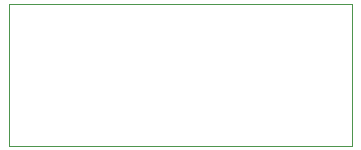
<source format=gm1>
G04 #@! TF.GenerationSoftware,KiCad,Pcbnew,(5.1.6-0-10_14)*
G04 #@! TF.CreationDate,2021-04-27T10:54:01+09:00*
G04 #@! TF.ProjectId,qPCR-negative_voltage,71504352-2d6e-4656-9761-746976655f76,rev?*
G04 #@! TF.SameCoordinates,Original*
G04 #@! TF.FileFunction,Profile,NP*
%FSLAX46Y46*%
G04 Gerber Fmt 4.6, Leading zero omitted, Abs format (unit mm)*
G04 Created by KiCad (PCBNEW (5.1.6-0-10_14)) date 2021-04-27 10:54:01*
%MOMM*%
%LPD*%
G01*
G04 APERTURE LIST*
G04 #@! TA.AperFunction,Profile*
%ADD10C,0.100000*%
G04 #@! TD*
G04 APERTURE END LIST*
D10*
X115000000Y-87000000D02*
X115000000Y-99000000D01*
X144000000Y-87000000D02*
X115000000Y-87000000D01*
X144000000Y-99000000D02*
X144000000Y-87000000D01*
X115000000Y-99000000D02*
X144000000Y-99000000D01*
M02*

</source>
